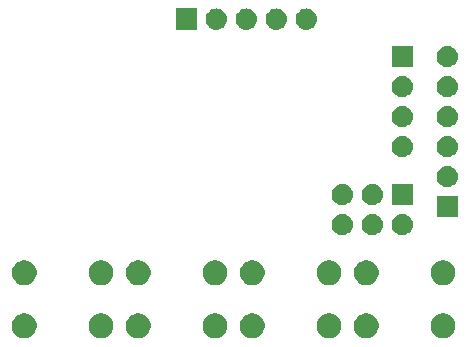
<source format=gbs>
G04 #@! TF.GenerationSoftware,KiCad,Pcbnew,5.0.2-bee76a0~70~ubuntu16.04.1*
G04 #@! TF.CreationDate,2019-07-11T08:17:54+02:00*
G04 #@! TF.ProjectId,paste_dispenser,70617374-655f-4646-9973-70656e736572,rev?*
G04 #@! TF.SameCoordinates,PX3dfd240PY3dfd240*
G04 #@! TF.FileFunction,Soldermask,Bot*
G04 #@! TF.FilePolarity,Negative*
%FSLAX46Y46*%
G04 Gerber Fmt 4.6, Leading zero omitted, Abs format (unit mm)*
G04 Created by KiCad (PCBNEW 5.0.2-bee76a0~70~ubuntu16.04.1) date Thu 11 Jul 2019 08:17:54 AM CEST*
%MOMM*%
%LPD*%
G01*
G04 APERTURE LIST*
%ADD10C,0.100000*%
G04 APERTURE END LIST*
D10*
G36*
X37818565Y3090611D02*
X38009834Y3011385D01*
X38181976Y2896363D01*
X38328363Y2749976D01*
X38443385Y2577834D01*
X38522611Y2386565D01*
X38563000Y2183516D01*
X38563000Y1976484D01*
X38522611Y1773435D01*
X38443385Y1582166D01*
X38328363Y1410024D01*
X38181976Y1263637D01*
X38009834Y1148615D01*
X37818565Y1069389D01*
X37615516Y1029000D01*
X37408484Y1029000D01*
X37205435Y1069389D01*
X37014166Y1148615D01*
X36842024Y1263637D01*
X36695637Y1410024D01*
X36580615Y1582166D01*
X36501389Y1773435D01*
X36461000Y1976484D01*
X36461000Y2183516D01*
X36501389Y2386565D01*
X36580615Y2577834D01*
X36695637Y2749976D01*
X36842024Y2896363D01*
X37014166Y3011385D01*
X37205435Y3090611D01*
X37408484Y3131000D01*
X37615516Y3131000D01*
X37818565Y3090611D01*
X37818565Y3090611D01*
G37*
G36*
X31318565Y3090611D02*
X31509834Y3011385D01*
X31681976Y2896363D01*
X31828363Y2749976D01*
X31943385Y2577834D01*
X32022611Y2386565D01*
X32063000Y2183516D01*
X32063000Y1976484D01*
X32022611Y1773435D01*
X31943385Y1582166D01*
X31828363Y1410024D01*
X31681976Y1263637D01*
X31509834Y1148615D01*
X31318565Y1069389D01*
X31115516Y1029000D01*
X30908484Y1029000D01*
X30705435Y1069389D01*
X30514166Y1148615D01*
X30342024Y1263637D01*
X30195637Y1410024D01*
X30080615Y1582166D01*
X30001389Y1773435D01*
X29961000Y1976484D01*
X29961000Y2183516D01*
X30001389Y2386565D01*
X30080615Y2577834D01*
X30195637Y2749976D01*
X30342024Y2896363D01*
X30514166Y3011385D01*
X30705435Y3090611D01*
X30908484Y3131000D01*
X31115516Y3131000D01*
X31318565Y3090611D01*
X31318565Y3090611D01*
G37*
G36*
X18514565Y3090611D02*
X18705834Y3011385D01*
X18877976Y2896363D01*
X19024363Y2749976D01*
X19139385Y2577834D01*
X19218611Y2386565D01*
X19259000Y2183516D01*
X19259000Y1976484D01*
X19218611Y1773435D01*
X19139385Y1582166D01*
X19024363Y1410024D01*
X18877976Y1263637D01*
X18705834Y1148615D01*
X18514565Y1069389D01*
X18311516Y1029000D01*
X18104484Y1029000D01*
X17901435Y1069389D01*
X17710166Y1148615D01*
X17538024Y1263637D01*
X17391637Y1410024D01*
X17276615Y1582166D01*
X17197389Y1773435D01*
X17157000Y1976484D01*
X17157000Y2183516D01*
X17197389Y2386565D01*
X17276615Y2577834D01*
X17391637Y2749976D01*
X17538024Y2896363D01*
X17710166Y3011385D01*
X17901435Y3090611D01*
X18104484Y3131000D01*
X18311516Y3131000D01*
X18514565Y3090611D01*
X18514565Y3090611D01*
G37*
G36*
X12014565Y3090611D02*
X12205834Y3011385D01*
X12377976Y2896363D01*
X12524363Y2749976D01*
X12639385Y2577834D01*
X12718611Y2386565D01*
X12759000Y2183516D01*
X12759000Y1976484D01*
X12718611Y1773435D01*
X12639385Y1582166D01*
X12524363Y1410024D01*
X12377976Y1263637D01*
X12205834Y1148615D01*
X12014565Y1069389D01*
X11811516Y1029000D01*
X11604484Y1029000D01*
X11401435Y1069389D01*
X11210166Y1148615D01*
X11038024Y1263637D01*
X10891637Y1410024D01*
X10776615Y1582166D01*
X10697389Y1773435D01*
X10657000Y1976484D01*
X10657000Y2183516D01*
X10697389Y2386565D01*
X10776615Y2577834D01*
X10891637Y2749976D01*
X11038024Y2896363D01*
X11210166Y3011385D01*
X11401435Y3090611D01*
X11604484Y3131000D01*
X11811516Y3131000D01*
X12014565Y3090611D01*
X12014565Y3090611D01*
G37*
G36*
X2362565Y3090611D02*
X2553834Y3011385D01*
X2725976Y2896363D01*
X2872363Y2749976D01*
X2987385Y2577834D01*
X3066611Y2386565D01*
X3107000Y2183516D01*
X3107000Y1976484D01*
X3066611Y1773435D01*
X2987385Y1582166D01*
X2872363Y1410024D01*
X2725976Y1263637D01*
X2553834Y1148615D01*
X2362565Y1069389D01*
X2159516Y1029000D01*
X1952484Y1029000D01*
X1749435Y1069389D01*
X1558166Y1148615D01*
X1386024Y1263637D01*
X1239637Y1410024D01*
X1124615Y1582166D01*
X1045389Y1773435D01*
X1005000Y1976484D01*
X1005000Y2183516D01*
X1045389Y2386565D01*
X1124615Y2577834D01*
X1239637Y2749976D01*
X1386024Y2896363D01*
X1558166Y3011385D01*
X1749435Y3090611D01*
X1952484Y3131000D01*
X2159516Y3131000D01*
X2362565Y3090611D01*
X2362565Y3090611D01*
G37*
G36*
X8862565Y3090611D02*
X9053834Y3011385D01*
X9225976Y2896363D01*
X9372363Y2749976D01*
X9487385Y2577834D01*
X9566611Y2386565D01*
X9607000Y2183516D01*
X9607000Y1976484D01*
X9566611Y1773435D01*
X9487385Y1582166D01*
X9372363Y1410024D01*
X9225976Y1263637D01*
X9053834Y1148615D01*
X8862565Y1069389D01*
X8659516Y1029000D01*
X8452484Y1029000D01*
X8249435Y1069389D01*
X8058166Y1148615D01*
X7886024Y1263637D01*
X7739637Y1410024D01*
X7624615Y1582166D01*
X7545389Y1773435D01*
X7505000Y1976484D01*
X7505000Y2183516D01*
X7545389Y2386565D01*
X7624615Y2577834D01*
X7739637Y2749976D01*
X7886024Y2896363D01*
X8058166Y3011385D01*
X8249435Y3090611D01*
X8452484Y3131000D01*
X8659516Y3131000D01*
X8862565Y3090611D01*
X8862565Y3090611D01*
G37*
G36*
X28166565Y3090611D02*
X28357834Y3011385D01*
X28529976Y2896363D01*
X28676363Y2749976D01*
X28791385Y2577834D01*
X28870611Y2386565D01*
X28911000Y2183516D01*
X28911000Y1976484D01*
X28870611Y1773435D01*
X28791385Y1582166D01*
X28676363Y1410024D01*
X28529976Y1263637D01*
X28357834Y1148615D01*
X28166565Y1069389D01*
X27963516Y1029000D01*
X27756484Y1029000D01*
X27553435Y1069389D01*
X27362166Y1148615D01*
X27190024Y1263637D01*
X27043637Y1410024D01*
X26928615Y1582166D01*
X26849389Y1773435D01*
X26809000Y1976484D01*
X26809000Y2183516D01*
X26849389Y2386565D01*
X26928615Y2577834D01*
X27043637Y2749976D01*
X27190024Y2896363D01*
X27362166Y3011385D01*
X27553435Y3090611D01*
X27756484Y3131000D01*
X27963516Y3131000D01*
X28166565Y3090611D01*
X28166565Y3090611D01*
G37*
G36*
X21666565Y3090611D02*
X21857834Y3011385D01*
X22029976Y2896363D01*
X22176363Y2749976D01*
X22291385Y2577834D01*
X22370611Y2386565D01*
X22411000Y2183516D01*
X22411000Y1976484D01*
X22370611Y1773435D01*
X22291385Y1582166D01*
X22176363Y1410024D01*
X22029976Y1263637D01*
X21857834Y1148615D01*
X21666565Y1069389D01*
X21463516Y1029000D01*
X21256484Y1029000D01*
X21053435Y1069389D01*
X20862166Y1148615D01*
X20690024Y1263637D01*
X20543637Y1410024D01*
X20428615Y1582166D01*
X20349389Y1773435D01*
X20309000Y1976484D01*
X20309000Y2183516D01*
X20349389Y2386565D01*
X20428615Y2577834D01*
X20543637Y2749976D01*
X20690024Y2896363D01*
X20862166Y3011385D01*
X21053435Y3090611D01*
X21256484Y3131000D01*
X21463516Y3131000D01*
X21666565Y3090611D01*
X21666565Y3090611D01*
G37*
G36*
X12014565Y7590611D02*
X12205834Y7511385D01*
X12377976Y7396363D01*
X12524363Y7249976D01*
X12639385Y7077834D01*
X12718611Y6886565D01*
X12759000Y6683516D01*
X12759000Y6476484D01*
X12718611Y6273435D01*
X12639385Y6082166D01*
X12524363Y5910024D01*
X12377976Y5763637D01*
X12205834Y5648615D01*
X12014565Y5569389D01*
X11811516Y5529000D01*
X11604484Y5529000D01*
X11401435Y5569389D01*
X11210166Y5648615D01*
X11038024Y5763637D01*
X10891637Y5910024D01*
X10776615Y6082166D01*
X10697389Y6273435D01*
X10657000Y6476484D01*
X10657000Y6683516D01*
X10697389Y6886565D01*
X10776615Y7077834D01*
X10891637Y7249976D01*
X11038024Y7396363D01*
X11210166Y7511385D01*
X11401435Y7590611D01*
X11604484Y7631000D01*
X11811516Y7631000D01*
X12014565Y7590611D01*
X12014565Y7590611D01*
G37*
G36*
X2362565Y7590611D02*
X2553834Y7511385D01*
X2725976Y7396363D01*
X2872363Y7249976D01*
X2987385Y7077834D01*
X3066611Y6886565D01*
X3107000Y6683516D01*
X3107000Y6476484D01*
X3066611Y6273435D01*
X2987385Y6082166D01*
X2872363Y5910024D01*
X2725976Y5763637D01*
X2553834Y5648615D01*
X2362565Y5569389D01*
X2159516Y5529000D01*
X1952484Y5529000D01*
X1749435Y5569389D01*
X1558166Y5648615D01*
X1386024Y5763637D01*
X1239637Y5910024D01*
X1124615Y6082166D01*
X1045389Y6273435D01*
X1005000Y6476484D01*
X1005000Y6683516D01*
X1045389Y6886565D01*
X1124615Y7077834D01*
X1239637Y7249976D01*
X1386024Y7396363D01*
X1558166Y7511385D01*
X1749435Y7590611D01*
X1952484Y7631000D01*
X2159516Y7631000D01*
X2362565Y7590611D01*
X2362565Y7590611D01*
G37*
G36*
X8862565Y7590611D02*
X9053834Y7511385D01*
X9225976Y7396363D01*
X9372363Y7249976D01*
X9487385Y7077834D01*
X9566611Y6886565D01*
X9607000Y6683516D01*
X9607000Y6476484D01*
X9566611Y6273435D01*
X9487385Y6082166D01*
X9372363Y5910024D01*
X9225976Y5763637D01*
X9053834Y5648615D01*
X8862565Y5569389D01*
X8659516Y5529000D01*
X8452484Y5529000D01*
X8249435Y5569389D01*
X8058166Y5648615D01*
X7886024Y5763637D01*
X7739637Y5910024D01*
X7624615Y6082166D01*
X7545389Y6273435D01*
X7505000Y6476484D01*
X7505000Y6683516D01*
X7545389Y6886565D01*
X7624615Y7077834D01*
X7739637Y7249976D01*
X7886024Y7396363D01*
X8058166Y7511385D01*
X8249435Y7590611D01*
X8452484Y7631000D01*
X8659516Y7631000D01*
X8862565Y7590611D01*
X8862565Y7590611D01*
G37*
G36*
X28166565Y7590611D02*
X28357834Y7511385D01*
X28529976Y7396363D01*
X28676363Y7249976D01*
X28791385Y7077834D01*
X28870611Y6886565D01*
X28911000Y6683516D01*
X28911000Y6476484D01*
X28870611Y6273435D01*
X28791385Y6082166D01*
X28676363Y5910024D01*
X28529976Y5763637D01*
X28357834Y5648615D01*
X28166565Y5569389D01*
X27963516Y5529000D01*
X27756484Y5529000D01*
X27553435Y5569389D01*
X27362166Y5648615D01*
X27190024Y5763637D01*
X27043637Y5910024D01*
X26928615Y6082166D01*
X26849389Y6273435D01*
X26809000Y6476484D01*
X26809000Y6683516D01*
X26849389Y6886565D01*
X26928615Y7077834D01*
X27043637Y7249976D01*
X27190024Y7396363D01*
X27362166Y7511385D01*
X27553435Y7590611D01*
X27756484Y7631000D01*
X27963516Y7631000D01*
X28166565Y7590611D01*
X28166565Y7590611D01*
G37*
G36*
X21666565Y7590611D02*
X21857834Y7511385D01*
X22029976Y7396363D01*
X22176363Y7249976D01*
X22291385Y7077834D01*
X22370611Y6886565D01*
X22411000Y6683516D01*
X22411000Y6476484D01*
X22370611Y6273435D01*
X22291385Y6082166D01*
X22176363Y5910024D01*
X22029976Y5763637D01*
X21857834Y5648615D01*
X21666565Y5569389D01*
X21463516Y5529000D01*
X21256484Y5529000D01*
X21053435Y5569389D01*
X20862166Y5648615D01*
X20690024Y5763637D01*
X20543637Y5910024D01*
X20428615Y6082166D01*
X20349389Y6273435D01*
X20309000Y6476484D01*
X20309000Y6683516D01*
X20349389Y6886565D01*
X20428615Y7077834D01*
X20543637Y7249976D01*
X20690024Y7396363D01*
X20862166Y7511385D01*
X21053435Y7590611D01*
X21256484Y7631000D01*
X21463516Y7631000D01*
X21666565Y7590611D01*
X21666565Y7590611D01*
G37*
G36*
X31318565Y7590611D02*
X31509834Y7511385D01*
X31681976Y7396363D01*
X31828363Y7249976D01*
X31943385Y7077834D01*
X32022611Y6886565D01*
X32063000Y6683516D01*
X32063000Y6476484D01*
X32022611Y6273435D01*
X31943385Y6082166D01*
X31828363Y5910024D01*
X31681976Y5763637D01*
X31509834Y5648615D01*
X31318565Y5569389D01*
X31115516Y5529000D01*
X30908484Y5529000D01*
X30705435Y5569389D01*
X30514166Y5648615D01*
X30342024Y5763637D01*
X30195637Y5910024D01*
X30080615Y6082166D01*
X30001389Y6273435D01*
X29961000Y6476484D01*
X29961000Y6683516D01*
X30001389Y6886565D01*
X30080615Y7077834D01*
X30195637Y7249976D01*
X30342024Y7396363D01*
X30514166Y7511385D01*
X30705435Y7590611D01*
X30908484Y7631000D01*
X31115516Y7631000D01*
X31318565Y7590611D01*
X31318565Y7590611D01*
G37*
G36*
X18514565Y7590611D02*
X18705834Y7511385D01*
X18877976Y7396363D01*
X19024363Y7249976D01*
X19139385Y7077834D01*
X19218611Y6886565D01*
X19259000Y6683516D01*
X19259000Y6476484D01*
X19218611Y6273435D01*
X19139385Y6082166D01*
X19024363Y5910024D01*
X18877976Y5763637D01*
X18705834Y5648615D01*
X18514565Y5569389D01*
X18311516Y5529000D01*
X18104484Y5529000D01*
X17901435Y5569389D01*
X17710166Y5648615D01*
X17538024Y5763637D01*
X17391637Y5910024D01*
X17276615Y6082166D01*
X17197389Y6273435D01*
X17157000Y6476484D01*
X17157000Y6683516D01*
X17197389Y6886565D01*
X17276615Y7077834D01*
X17391637Y7249976D01*
X17538024Y7396363D01*
X17710166Y7511385D01*
X17901435Y7590611D01*
X18104484Y7631000D01*
X18311516Y7631000D01*
X18514565Y7590611D01*
X18514565Y7590611D01*
G37*
G36*
X37818565Y7590611D02*
X38009834Y7511385D01*
X38181976Y7396363D01*
X38328363Y7249976D01*
X38443385Y7077834D01*
X38522611Y6886565D01*
X38563000Y6683516D01*
X38563000Y6476484D01*
X38522611Y6273435D01*
X38443385Y6082166D01*
X38328363Y5910024D01*
X38181976Y5763637D01*
X38009834Y5648615D01*
X37818565Y5569389D01*
X37615516Y5529000D01*
X37408484Y5529000D01*
X37205435Y5569389D01*
X37014166Y5648615D01*
X36842024Y5763637D01*
X36695637Y5910024D01*
X36580615Y6082166D01*
X36501389Y6273435D01*
X36461000Y6476484D01*
X36461000Y6683516D01*
X36501389Y6886565D01*
X36580615Y7077834D01*
X36695637Y7249976D01*
X36842024Y7396363D01*
X37014166Y7511385D01*
X37205435Y7590611D01*
X37408484Y7631000D01*
X37615516Y7631000D01*
X37818565Y7590611D01*
X37818565Y7590611D01*
G37*
G36*
X29090442Y11538482D02*
X29156627Y11531963D01*
X29269853Y11497616D01*
X29326467Y11480443D01*
X29465087Y11406348D01*
X29482991Y11396778D01*
X29518729Y11367448D01*
X29620186Y11284186D01*
X29703448Y11182729D01*
X29732778Y11146991D01*
X29732779Y11146989D01*
X29816443Y10990467D01*
X29816443Y10990466D01*
X29867963Y10820627D01*
X29885359Y10644000D01*
X29867963Y10467373D01*
X29833616Y10354147D01*
X29816443Y10297533D01*
X29742348Y10158913D01*
X29732778Y10141009D01*
X29703448Y10105271D01*
X29620186Y10003814D01*
X29518729Y9920552D01*
X29482991Y9891222D01*
X29482989Y9891221D01*
X29326467Y9807557D01*
X29269853Y9790384D01*
X29156627Y9756037D01*
X29090442Y9749518D01*
X29024260Y9743000D01*
X28935740Y9743000D01*
X28869558Y9749518D01*
X28803373Y9756037D01*
X28690147Y9790384D01*
X28633533Y9807557D01*
X28477011Y9891221D01*
X28477009Y9891222D01*
X28441271Y9920552D01*
X28339814Y10003814D01*
X28256552Y10105271D01*
X28227222Y10141009D01*
X28217652Y10158913D01*
X28143557Y10297533D01*
X28126384Y10354147D01*
X28092037Y10467373D01*
X28074641Y10644000D01*
X28092037Y10820627D01*
X28143557Y10990466D01*
X28143557Y10990467D01*
X28227221Y11146989D01*
X28227222Y11146991D01*
X28256552Y11182729D01*
X28339814Y11284186D01*
X28441271Y11367448D01*
X28477009Y11396778D01*
X28494913Y11406348D01*
X28633533Y11480443D01*
X28690147Y11497616D01*
X28803373Y11531963D01*
X28869558Y11538482D01*
X28935740Y11545000D01*
X29024260Y11545000D01*
X29090442Y11538482D01*
X29090442Y11538482D01*
G37*
G36*
X34170442Y11538482D02*
X34236627Y11531963D01*
X34349853Y11497616D01*
X34406467Y11480443D01*
X34545087Y11406348D01*
X34562991Y11396778D01*
X34598729Y11367448D01*
X34700186Y11284186D01*
X34783448Y11182729D01*
X34812778Y11146991D01*
X34812779Y11146989D01*
X34896443Y10990467D01*
X34896443Y10990466D01*
X34947963Y10820627D01*
X34965359Y10644000D01*
X34947963Y10467373D01*
X34913616Y10354147D01*
X34896443Y10297533D01*
X34822348Y10158913D01*
X34812778Y10141009D01*
X34783448Y10105271D01*
X34700186Y10003814D01*
X34598729Y9920552D01*
X34562991Y9891222D01*
X34562989Y9891221D01*
X34406467Y9807557D01*
X34349853Y9790384D01*
X34236627Y9756037D01*
X34170442Y9749518D01*
X34104260Y9743000D01*
X34015740Y9743000D01*
X33949558Y9749518D01*
X33883373Y9756037D01*
X33770147Y9790384D01*
X33713533Y9807557D01*
X33557011Y9891221D01*
X33557009Y9891222D01*
X33521271Y9920552D01*
X33419814Y10003814D01*
X33336552Y10105271D01*
X33307222Y10141009D01*
X33297652Y10158913D01*
X33223557Y10297533D01*
X33206384Y10354147D01*
X33172037Y10467373D01*
X33154641Y10644000D01*
X33172037Y10820627D01*
X33223557Y10990466D01*
X33223557Y10990467D01*
X33307221Y11146989D01*
X33307222Y11146991D01*
X33336552Y11182729D01*
X33419814Y11284186D01*
X33521271Y11367448D01*
X33557009Y11396778D01*
X33574913Y11406348D01*
X33713533Y11480443D01*
X33770147Y11497616D01*
X33883373Y11531963D01*
X33949558Y11538482D01*
X34015740Y11545000D01*
X34104260Y11545000D01*
X34170442Y11538482D01*
X34170442Y11538482D01*
G37*
G36*
X31630442Y11538482D02*
X31696627Y11531963D01*
X31809853Y11497616D01*
X31866467Y11480443D01*
X32005087Y11406348D01*
X32022991Y11396778D01*
X32058729Y11367448D01*
X32160186Y11284186D01*
X32243448Y11182729D01*
X32272778Y11146991D01*
X32272779Y11146989D01*
X32356443Y10990467D01*
X32356443Y10990466D01*
X32407963Y10820627D01*
X32425359Y10644000D01*
X32407963Y10467373D01*
X32373616Y10354147D01*
X32356443Y10297533D01*
X32282348Y10158913D01*
X32272778Y10141009D01*
X32243448Y10105271D01*
X32160186Y10003814D01*
X32058729Y9920552D01*
X32022991Y9891222D01*
X32022989Y9891221D01*
X31866467Y9807557D01*
X31809853Y9790384D01*
X31696627Y9756037D01*
X31630442Y9749518D01*
X31564260Y9743000D01*
X31475740Y9743000D01*
X31409558Y9749518D01*
X31343373Y9756037D01*
X31230147Y9790384D01*
X31173533Y9807557D01*
X31017011Y9891221D01*
X31017009Y9891222D01*
X30981271Y9920552D01*
X30879814Y10003814D01*
X30796552Y10105271D01*
X30767222Y10141009D01*
X30757652Y10158913D01*
X30683557Y10297533D01*
X30666384Y10354147D01*
X30632037Y10467373D01*
X30614641Y10644000D01*
X30632037Y10820627D01*
X30683557Y10990466D01*
X30683557Y10990467D01*
X30767221Y11146989D01*
X30767222Y11146991D01*
X30796552Y11182729D01*
X30879814Y11284186D01*
X30981271Y11367448D01*
X31017009Y11396778D01*
X31034913Y11406348D01*
X31173533Y11480443D01*
X31230147Y11497616D01*
X31343373Y11531963D01*
X31409558Y11538482D01*
X31475740Y11545000D01*
X31564260Y11545000D01*
X31630442Y11538482D01*
X31630442Y11538482D01*
G37*
G36*
X38771000Y11267000D02*
X36969000Y11267000D01*
X36969000Y13069000D01*
X38771000Y13069000D01*
X38771000Y11267000D01*
X38771000Y11267000D01*
G37*
G36*
X34961000Y12283000D02*
X33159000Y12283000D01*
X33159000Y14085000D01*
X34961000Y14085000D01*
X34961000Y12283000D01*
X34961000Y12283000D01*
G37*
G36*
X31630443Y14078481D02*
X31696627Y14071963D01*
X31809853Y14037616D01*
X31866467Y14020443D01*
X31988485Y13955222D01*
X32022991Y13936778D01*
X32058729Y13907448D01*
X32160186Y13824186D01*
X32243448Y13722729D01*
X32272778Y13686991D01*
X32272779Y13686989D01*
X32356443Y13530467D01*
X32356443Y13530466D01*
X32407963Y13360627D01*
X32425359Y13184000D01*
X32407963Y13007373D01*
X32373616Y12894147D01*
X32356443Y12837533D01*
X32282348Y12698913D01*
X32272778Y12681009D01*
X32243448Y12645271D01*
X32160186Y12543814D01*
X32058729Y12460552D01*
X32022991Y12431222D01*
X32022989Y12431221D01*
X31866467Y12347557D01*
X31809853Y12330384D01*
X31696627Y12296037D01*
X31630443Y12289519D01*
X31564260Y12283000D01*
X31475740Y12283000D01*
X31409558Y12289518D01*
X31343373Y12296037D01*
X31230147Y12330384D01*
X31173533Y12347557D01*
X31017011Y12431221D01*
X31017009Y12431222D01*
X30981271Y12460552D01*
X30879814Y12543814D01*
X30796552Y12645271D01*
X30767222Y12681009D01*
X30757652Y12698913D01*
X30683557Y12837533D01*
X30666384Y12894147D01*
X30632037Y13007373D01*
X30614641Y13184000D01*
X30632037Y13360627D01*
X30683557Y13530466D01*
X30683557Y13530467D01*
X30767221Y13686989D01*
X30767222Y13686991D01*
X30796552Y13722729D01*
X30879814Y13824186D01*
X30981271Y13907448D01*
X31017009Y13936778D01*
X31051515Y13955222D01*
X31173533Y14020443D01*
X31230147Y14037616D01*
X31343373Y14071963D01*
X31409557Y14078481D01*
X31475740Y14085000D01*
X31564260Y14085000D01*
X31630443Y14078481D01*
X31630443Y14078481D01*
G37*
G36*
X29090443Y14078481D02*
X29156627Y14071963D01*
X29269853Y14037616D01*
X29326467Y14020443D01*
X29448485Y13955222D01*
X29482991Y13936778D01*
X29518729Y13907448D01*
X29620186Y13824186D01*
X29703448Y13722729D01*
X29732778Y13686991D01*
X29732779Y13686989D01*
X29816443Y13530467D01*
X29816443Y13530466D01*
X29867963Y13360627D01*
X29885359Y13184000D01*
X29867963Y13007373D01*
X29833616Y12894147D01*
X29816443Y12837533D01*
X29742348Y12698913D01*
X29732778Y12681009D01*
X29703448Y12645271D01*
X29620186Y12543814D01*
X29518729Y12460552D01*
X29482991Y12431222D01*
X29482989Y12431221D01*
X29326467Y12347557D01*
X29269853Y12330384D01*
X29156627Y12296037D01*
X29090443Y12289519D01*
X29024260Y12283000D01*
X28935740Y12283000D01*
X28869558Y12289518D01*
X28803373Y12296037D01*
X28690147Y12330384D01*
X28633533Y12347557D01*
X28477011Y12431221D01*
X28477009Y12431222D01*
X28441271Y12460552D01*
X28339814Y12543814D01*
X28256552Y12645271D01*
X28227222Y12681009D01*
X28217652Y12698913D01*
X28143557Y12837533D01*
X28126384Y12894147D01*
X28092037Y13007373D01*
X28074641Y13184000D01*
X28092037Y13360627D01*
X28143557Y13530466D01*
X28143557Y13530467D01*
X28227221Y13686989D01*
X28227222Y13686991D01*
X28256552Y13722729D01*
X28339814Y13824186D01*
X28441271Y13907448D01*
X28477009Y13936778D01*
X28511515Y13955222D01*
X28633533Y14020443D01*
X28690147Y14037616D01*
X28803373Y14071963D01*
X28869557Y14078481D01*
X28935740Y14085000D01*
X29024260Y14085000D01*
X29090443Y14078481D01*
X29090443Y14078481D01*
G37*
G36*
X37980442Y15602482D02*
X38046627Y15595963D01*
X38159853Y15561616D01*
X38216467Y15544443D01*
X38355087Y15470348D01*
X38372991Y15460778D01*
X38408729Y15431448D01*
X38510186Y15348186D01*
X38593448Y15246729D01*
X38622778Y15210991D01*
X38622779Y15210989D01*
X38706443Y15054467D01*
X38706443Y15054466D01*
X38757963Y14884627D01*
X38775359Y14708000D01*
X38757963Y14531373D01*
X38723616Y14418147D01*
X38706443Y14361533D01*
X38632348Y14222913D01*
X38622778Y14205009D01*
X38593448Y14169271D01*
X38510186Y14067814D01*
X38408729Y13984552D01*
X38372991Y13955222D01*
X38372989Y13955221D01*
X38216467Y13871557D01*
X38159853Y13854384D01*
X38046627Y13820037D01*
X37980443Y13813519D01*
X37914260Y13807000D01*
X37825740Y13807000D01*
X37759558Y13813518D01*
X37693373Y13820037D01*
X37580147Y13854384D01*
X37523533Y13871557D01*
X37367011Y13955221D01*
X37367009Y13955222D01*
X37331271Y13984552D01*
X37229814Y14067814D01*
X37146552Y14169271D01*
X37117222Y14205009D01*
X37107652Y14222913D01*
X37033557Y14361533D01*
X37016384Y14418147D01*
X36982037Y14531373D01*
X36964641Y14708000D01*
X36982037Y14884627D01*
X37033557Y15054466D01*
X37033557Y15054467D01*
X37117221Y15210989D01*
X37117222Y15210991D01*
X37146552Y15246729D01*
X37229814Y15348186D01*
X37331271Y15431448D01*
X37367009Y15460778D01*
X37384913Y15470348D01*
X37523533Y15544443D01*
X37580147Y15561616D01*
X37693373Y15595963D01*
X37759558Y15602482D01*
X37825740Y15609000D01*
X37914260Y15609000D01*
X37980442Y15602482D01*
X37980442Y15602482D01*
G37*
G36*
X37980442Y18142482D02*
X38046627Y18135963D01*
X38159853Y18101616D01*
X38216467Y18084443D01*
X38355087Y18010348D01*
X38372991Y18000778D01*
X38408729Y17971448D01*
X38510186Y17888186D01*
X38593448Y17786729D01*
X38622778Y17750991D01*
X38622779Y17750989D01*
X38706443Y17594467D01*
X38706443Y17594466D01*
X38757963Y17424627D01*
X38775359Y17248000D01*
X38757963Y17071373D01*
X38723616Y16958147D01*
X38706443Y16901533D01*
X38632348Y16762913D01*
X38622778Y16745009D01*
X38593448Y16709271D01*
X38510186Y16607814D01*
X38408729Y16524552D01*
X38372991Y16495222D01*
X38372989Y16495221D01*
X38216467Y16411557D01*
X38159853Y16394384D01*
X38046627Y16360037D01*
X37980443Y16353519D01*
X37914260Y16347000D01*
X37825740Y16347000D01*
X37759557Y16353519D01*
X37693373Y16360037D01*
X37580147Y16394384D01*
X37523533Y16411557D01*
X37367011Y16495221D01*
X37367009Y16495222D01*
X37331271Y16524552D01*
X37229814Y16607814D01*
X37146552Y16709271D01*
X37117222Y16745009D01*
X37107652Y16762913D01*
X37033557Y16901533D01*
X37016384Y16958147D01*
X36982037Y17071373D01*
X36964641Y17248000D01*
X36982037Y17424627D01*
X37033557Y17594466D01*
X37033557Y17594467D01*
X37117221Y17750989D01*
X37117222Y17750991D01*
X37146552Y17786729D01*
X37229814Y17888186D01*
X37331271Y17971448D01*
X37367009Y18000778D01*
X37384913Y18010348D01*
X37523533Y18084443D01*
X37580147Y18101616D01*
X37693373Y18135963D01*
X37759557Y18142481D01*
X37825740Y18149000D01*
X37914260Y18149000D01*
X37980442Y18142482D01*
X37980442Y18142482D01*
G37*
G36*
X34170442Y18142482D02*
X34236627Y18135963D01*
X34349853Y18101616D01*
X34406467Y18084443D01*
X34545087Y18010348D01*
X34562991Y18000778D01*
X34598729Y17971448D01*
X34700186Y17888186D01*
X34783448Y17786729D01*
X34812778Y17750991D01*
X34812779Y17750989D01*
X34896443Y17594467D01*
X34896443Y17594466D01*
X34947963Y17424627D01*
X34965359Y17248000D01*
X34947963Y17071373D01*
X34913616Y16958147D01*
X34896443Y16901533D01*
X34822348Y16762913D01*
X34812778Y16745009D01*
X34783448Y16709271D01*
X34700186Y16607814D01*
X34598729Y16524552D01*
X34562991Y16495222D01*
X34562989Y16495221D01*
X34406467Y16411557D01*
X34349853Y16394384D01*
X34236627Y16360037D01*
X34170443Y16353519D01*
X34104260Y16347000D01*
X34015740Y16347000D01*
X33949557Y16353519D01*
X33883373Y16360037D01*
X33770147Y16394384D01*
X33713533Y16411557D01*
X33557011Y16495221D01*
X33557009Y16495222D01*
X33521271Y16524552D01*
X33419814Y16607814D01*
X33336552Y16709271D01*
X33307222Y16745009D01*
X33297652Y16762913D01*
X33223557Y16901533D01*
X33206384Y16958147D01*
X33172037Y17071373D01*
X33154641Y17248000D01*
X33172037Y17424627D01*
X33223557Y17594466D01*
X33223557Y17594467D01*
X33307221Y17750989D01*
X33307222Y17750991D01*
X33336552Y17786729D01*
X33419814Y17888186D01*
X33521271Y17971448D01*
X33557009Y18000778D01*
X33574913Y18010348D01*
X33713533Y18084443D01*
X33770147Y18101616D01*
X33883373Y18135963D01*
X33949557Y18142481D01*
X34015740Y18149000D01*
X34104260Y18149000D01*
X34170442Y18142482D01*
X34170442Y18142482D01*
G37*
G36*
X34170443Y20682481D02*
X34236627Y20675963D01*
X34349853Y20641616D01*
X34406467Y20624443D01*
X34545087Y20550348D01*
X34562991Y20540778D01*
X34598729Y20511448D01*
X34700186Y20428186D01*
X34783448Y20326729D01*
X34812778Y20290991D01*
X34812779Y20290989D01*
X34896443Y20134467D01*
X34896443Y20134466D01*
X34947963Y19964627D01*
X34965359Y19788000D01*
X34947963Y19611373D01*
X34913616Y19498147D01*
X34896443Y19441533D01*
X34822348Y19302913D01*
X34812778Y19285009D01*
X34783448Y19249271D01*
X34700186Y19147814D01*
X34598729Y19064552D01*
X34562991Y19035222D01*
X34562989Y19035221D01*
X34406467Y18951557D01*
X34349853Y18934384D01*
X34236627Y18900037D01*
X34170442Y18893518D01*
X34104260Y18887000D01*
X34015740Y18887000D01*
X33949558Y18893518D01*
X33883373Y18900037D01*
X33770147Y18934384D01*
X33713533Y18951557D01*
X33557011Y19035221D01*
X33557009Y19035222D01*
X33521271Y19064552D01*
X33419814Y19147814D01*
X33336552Y19249271D01*
X33307222Y19285009D01*
X33297652Y19302913D01*
X33223557Y19441533D01*
X33206384Y19498147D01*
X33172037Y19611373D01*
X33154641Y19788000D01*
X33172037Y19964627D01*
X33223557Y20134466D01*
X33223557Y20134467D01*
X33307221Y20290989D01*
X33307222Y20290991D01*
X33336552Y20326729D01*
X33419814Y20428186D01*
X33521271Y20511448D01*
X33557009Y20540778D01*
X33574913Y20550348D01*
X33713533Y20624443D01*
X33770147Y20641616D01*
X33883373Y20675963D01*
X33949557Y20682481D01*
X34015740Y20689000D01*
X34104260Y20689000D01*
X34170443Y20682481D01*
X34170443Y20682481D01*
G37*
G36*
X37980443Y20682481D02*
X38046627Y20675963D01*
X38159853Y20641616D01*
X38216467Y20624443D01*
X38355087Y20550348D01*
X38372991Y20540778D01*
X38408729Y20511448D01*
X38510186Y20428186D01*
X38593448Y20326729D01*
X38622778Y20290991D01*
X38622779Y20290989D01*
X38706443Y20134467D01*
X38706443Y20134466D01*
X38757963Y19964627D01*
X38775359Y19788000D01*
X38757963Y19611373D01*
X38723616Y19498147D01*
X38706443Y19441533D01*
X38632348Y19302913D01*
X38622778Y19285009D01*
X38593448Y19249271D01*
X38510186Y19147814D01*
X38408729Y19064552D01*
X38372991Y19035222D01*
X38372989Y19035221D01*
X38216467Y18951557D01*
X38159853Y18934384D01*
X38046627Y18900037D01*
X37980442Y18893518D01*
X37914260Y18887000D01*
X37825740Y18887000D01*
X37759558Y18893518D01*
X37693373Y18900037D01*
X37580147Y18934384D01*
X37523533Y18951557D01*
X37367011Y19035221D01*
X37367009Y19035222D01*
X37331271Y19064552D01*
X37229814Y19147814D01*
X37146552Y19249271D01*
X37117222Y19285009D01*
X37107652Y19302913D01*
X37033557Y19441533D01*
X37016384Y19498147D01*
X36982037Y19611373D01*
X36964641Y19788000D01*
X36982037Y19964627D01*
X37033557Y20134466D01*
X37033557Y20134467D01*
X37117221Y20290989D01*
X37117222Y20290991D01*
X37146552Y20326729D01*
X37229814Y20428186D01*
X37331271Y20511448D01*
X37367009Y20540778D01*
X37384913Y20550348D01*
X37523533Y20624443D01*
X37580147Y20641616D01*
X37693373Y20675963D01*
X37759557Y20682481D01*
X37825740Y20689000D01*
X37914260Y20689000D01*
X37980443Y20682481D01*
X37980443Y20682481D01*
G37*
G36*
X37980443Y23222481D02*
X38046627Y23215963D01*
X38159853Y23181616D01*
X38216467Y23164443D01*
X38355087Y23090348D01*
X38372991Y23080778D01*
X38408729Y23051448D01*
X38510186Y22968186D01*
X38593448Y22866729D01*
X38622778Y22830991D01*
X38622779Y22830989D01*
X38706443Y22674467D01*
X38706443Y22674466D01*
X38757963Y22504627D01*
X38775359Y22328000D01*
X38757963Y22151373D01*
X38723616Y22038147D01*
X38706443Y21981533D01*
X38632348Y21842913D01*
X38622778Y21825009D01*
X38593448Y21789271D01*
X38510186Y21687814D01*
X38408729Y21604552D01*
X38372991Y21575222D01*
X38372989Y21575221D01*
X38216467Y21491557D01*
X38159853Y21474384D01*
X38046627Y21440037D01*
X37980443Y21433519D01*
X37914260Y21427000D01*
X37825740Y21427000D01*
X37759557Y21433519D01*
X37693373Y21440037D01*
X37580147Y21474384D01*
X37523533Y21491557D01*
X37367011Y21575221D01*
X37367009Y21575222D01*
X37331271Y21604552D01*
X37229814Y21687814D01*
X37146552Y21789271D01*
X37117222Y21825009D01*
X37107652Y21842913D01*
X37033557Y21981533D01*
X37016384Y22038147D01*
X36982037Y22151373D01*
X36964641Y22328000D01*
X36982037Y22504627D01*
X37033557Y22674466D01*
X37033557Y22674467D01*
X37117221Y22830989D01*
X37117222Y22830991D01*
X37146552Y22866729D01*
X37229814Y22968186D01*
X37331271Y23051448D01*
X37367009Y23080778D01*
X37384913Y23090348D01*
X37523533Y23164443D01*
X37580147Y23181616D01*
X37693373Y23215963D01*
X37759557Y23222481D01*
X37825740Y23229000D01*
X37914260Y23229000D01*
X37980443Y23222481D01*
X37980443Y23222481D01*
G37*
G36*
X34170443Y23222481D02*
X34236627Y23215963D01*
X34349853Y23181616D01*
X34406467Y23164443D01*
X34545087Y23090348D01*
X34562991Y23080778D01*
X34598729Y23051448D01*
X34700186Y22968186D01*
X34783448Y22866729D01*
X34812778Y22830991D01*
X34812779Y22830989D01*
X34896443Y22674467D01*
X34896443Y22674466D01*
X34947963Y22504627D01*
X34965359Y22328000D01*
X34947963Y22151373D01*
X34913616Y22038147D01*
X34896443Y21981533D01*
X34822348Y21842913D01*
X34812778Y21825009D01*
X34783448Y21789271D01*
X34700186Y21687814D01*
X34598729Y21604552D01*
X34562991Y21575222D01*
X34562989Y21575221D01*
X34406467Y21491557D01*
X34349853Y21474384D01*
X34236627Y21440037D01*
X34170443Y21433519D01*
X34104260Y21427000D01*
X34015740Y21427000D01*
X33949557Y21433519D01*
X33883373Y21440037D01*
X33770147Y21474384D01*
X33713533Y21491557D01*
X33557011Y21575221D01*
X33557009Y21575222D01*
X33521271Y21604552D01*
X33419814Y21687814D01*
X33336552Y21789271D01*
X33307222Y21825009D01*
X33297652Y21842913D01*
X33223557Y21981533D01*
X33206384Y22038147D01*
X33172037Y22151373D01*
X33154641Y22328000D01*
X33172037Y22504627D01*
X33223557Y22674466D01*
X33223557Y22674467D01*
X33307221Y22830989D01*
X33307222Y22830991D01*
X33336552Y22866729D01*
X33419814Y22968186D01*
X33521271Y23051448D01*
X33557009Y23080778D01*
X33574913Y23090348D01*
X33713533Y23164443D01*
X33770147Y23181616D01*
X33883373Y23215963D01*
X33949557Y23222481D01*
X34015740Y23229000D01*
X34104260Y23229000D01*
X34170443Y23222481D01*
X34170443Y23222481D01*
G37*
G36*
X37980443Y25762481D02*
X38046627Y25755963D01*
X38159853Y25721616D01*
X38216467Y25704443D01*
X38355087Y25630348D01*
X38372991Y25620778D01*
X38408729Y25591448D01*
X38510186Y25508186D01*
X38593448Y25406729D01*
X38622778Y25370991D01*
X38622779Y25370989D01*
X38706443Y25214467D01*
X38706443Y25214466D01*
X38757963Y25044627D01*
X38775359Y24868000D01*
X38757963Y24691373D01*
X38723616Y24578147D01*
X38706443Y24521533D01*
X38632348Y24382913D01*
X38622778Y24365009D01*
X38593448Y24329271D01*
X38510186Y24227814D01*
X38408729Y24144552D01*
X38372991Y24115222D01*
X38372989Y24115221D01*
X38216467Y24031557D01*
X38159853Y24014384D01*
X38046627Y23980037D01*
X37980443Y23973519D01*
X37914260Y23967000D01*
X37825740Y23967000D01*
X37759557Y23973519D01*
X37693373Y23980037D01*
X37580147Y24014384D01*
X37523533Y24031557D01*
X37367011Y24115221D01*
X37367009Y24115222D01*
X37331271Y24144552D01*
X37229814Y24227814D01*
X37146552Y24329271D01*
X37117222Y24365009D01*
X37107652Y24382913D01*
X37033557Y24521533D01*
X37016384Y24578147D01*
X36982037Y24691373D01*
X36964641Y24868000D01*
X36982037Y25044627D01*
X37033557Y25214466D01*
X37033557Y25214467D01*
X37117221Y25370989D01*
X37117222Y25370991D01*
X37146552Y25406729D01*
X37229814Y25508186D01*
X37331271Y25591448D01*
X37367009Y25620778D01*
X37384913Y25630348D01*
X37523533Y25704443D01*
X37580147Y25721616D01*
X37693373Y25755963D01*
X37759557Y25762481D01*
X37825740Y25769000D01*
X37914260Y25769000D01*
X37980443Y25762481D01*
X37980443Y25762481D01*
G37*
G36*
X34961000Y23967000D02*
X33159000Y23967000D01*
X33159000Y25769000D01*
X34961000Y25769000D01*
X34961000Y23967000D01*
X34961000Y23967000D01*
G37*
G36*
X18422442Y28937482D02*
X18488627Y28930963D01*
X18601853Y28896616D01*
X18658467Y28879443D01*
X18797087Y28805348D01*
X18814991Y28795778D01*
X18850729Y28766448D01*
X18952186Y28683186D01*
X19035448Y28581729D01*
X19064778Y28545991D01*
X19064779Y28545989D01*
X19148443Y28389467D01*
X19148443Y28389466D01*
X19199963Y28219627D01*
X19217359Y28043000D01*
X19199963Y27866373D01*
X19165616Y27753147D01*
X19148443Y27696533D01*
X19074348Y27557913D01*
X19064778Y27540009D01*
X19035448Y27504271D01*
X18952186Y27402814D01*
X18850729Y27319552D01*
X18814991Y27290222D01*
X18814989Y27290221D01*
X18658467Y27206557D01*
X18601853Y27189384D01*
X18488627Y27155037D01*
X18422443Y27148519D01*
X18356260Y27142000D01*
X18267740Y27142000D01*
X18201557Y27148519D01*
X18135373Y27155037D01*
X18022147Y27189384D01*
X17965533Y27206557D01*
X17809011Y27290221D01*
X17809009Y27290222D01*
X17773271Y27319552D01*
X17671814Y27402814D01*
X17588552Y27504271D01*
X17559222Y27540009D01*
X17549652Y27557913D01*
X17475557Y27696533D01*
X17458384Y27753147D01*
X17424037Y27866373D01*
X17406641Y28043000D01*
X17424037Y28219627D01*
X17475557Y28389466D01*
X17475557Y28389467D01*
X17559221Y28545989D01*
X17559222Y28545991D01*
X17588552Y28581729D01*
X17671814Y28683186D01*
X17773271Y28766448D01*
X17809009Y28795778D01*
X17826913Y28805348D01*
X17965533Y28879443D01*
X18022147Y28896616D01*
X18135373Y28930963D01*
X18201558Y28937482D01*
X18267740Y28944000D01*
X18356260Y28944000D01*
X18422442Y28937482D01*
X18422442Y28937482D01*
G37*
G36*
X16673000Y27142000D02*
X14871000Y27142000D01*
X14871000Y28944000D01*
X16673000Y28944000D01*
X16673000Y27142000D01*
X16673000Y27142000D01*
G37*
G36*
X20962442Y28937482D02*
X21028627Y28930963D01*
X21141853Y28896616D01*
X21198467Y28879443D01*
X21337087Y28805348D01*
X21354991Y28795778D01*
X21390729Y28766448D01*
X21492186Y28683186D01*
X21575448Y28581729D01*
X21604778Y28545991D01*
X21604779Y28545989D01*
X21688443Y28389467D01*
X21688443Y28389466D01*
X21739963Y28219627D01*
X21757359Y28043000D01*
X21739963Y27866373D01*
X21705616Y27753147D01*
X21688443Y27696533D01*
X21614348Y27557913D01*
X21604778Y27540009D01*
X21575448Y27504271D01*
X21492186Y27402814D01*
X21390729Y27319552D01*
X21354991Y27290222D01*
X21354989Y27290221D01*
X21198467Y27206557D01*
X21141853Y27189384D01*
X21028627Y27155037D01*
X20962443Y27148519D01*
X20896260Y27142000D01*
X20807740Y27142000D01*
X20741557Y27148519D01*
X20675373Y27155037D01*
X20562147Y27189384D01*
X20505533Y27206557D01*
X20349011Y27290221D01*
X20349009Y27290222D01*
X20313271Y27319552D01*
X20211814Y27402814D01*
X20128552Y27504271D01*
X20099222Y27540009D01*
X20089652Y27557913D01*
X20015557Y27696533D01*
X19998384Y27753147D01*
X19964037Y27866373D01*
X19946641Y28043000D01*
X19964037Y28219627D01*
X20015557Y28389466D01*
X20015557Y28389467D01*
X20099221Y28545989D01*
X20099222Y28545991D01*
X20128552Y28581729D01*
X20211814Y28683186D01*
X20313271Y28766448D01*
X20349009Y28795778D01*
X20366913Y28805348D01*
X20505533Y28879443D01*
X20562147Y28896616D01*
X20675373Y28930963D01*
X20741558Y28937482D01*
X20807740Y28944000D01*
X20896260Y28944000D01*
X20962442Y28937482D01*
X20962442Y28937482D01*
G37*
G36*
X23502442Y28937482D02*
X23568627Y28930963D01*
X23681853Y28896616D01*
X23738467Y28879443D01*
X23877087Y28805348D01*
X23894991Y28795778D01*
X23930729Y28766448D01*
X24032186Y28683186D01*
X24115448Y28581729D01*
X24144778Y28545991D01*
X24144779Y28545989D01*
X24228443Y28389467D01*
X24228443Y28389466D01*
X24279963Y28219627D01*
X24297359Y28043000D01*
X24279963Y27866373D01*
X24245616Y27753147D01*
X24228443Y27696533D01*
X24154348Y27557913D01*
X24144778Y27540009D01*
X24115448Y27504271D01*
X24032186Y27402814D01*
X23930729Y27319552D01*
X23894991Y27290222D01*
X23894989Y27290221D01*
X23738467Y27206557D01*
X23681853Y27189384D01*
X23568627Y27155037D01*
X23502443Y27148519D01*
X23436260Y27142000D01*
X23347740Y27142000D01*
X23281557Y27148519D01*
X23215373Y27155037D01*
X23102147Y27189384D01*
X23045533Y27206557D01*
X22889011Y27290221D01*
X22889009Y27290222D01*
X22853271Y27319552D01*
X22751814Y27402814D01*
X22668552Y27504271D01*
X22639222Y27540009D01*
X22629652Y27557913D01*
X22555557Y27696533D01*
X22538384Y27753147D01*
X22504037Y27866373D01*
X22486641Y28043000D01*
X22504037Y28219627D01*
X22555557Y28389466D01*
X22555557Y28389467D01*
X22639221Y28545989D01*
X22639222Y28545991D01*
X22668552Y28581729D01*
X22751814Y28683186D01*
X22853271Y28766448D01*
X22889009Y28795778D01*
X22906913Y28805348D01*
X23045533Y28879443D01*
X23102147Y28896616D01*
X23215373Y28930963D01*
X23281558Y28937482D01*
X23347740Y28944000D01*
X23436260Y28944000D01*
X23502442Y28937482D01*
X23502442Y28937482D01*
G37*
G36*
X26042442Y28937482D02*
X26108627Y28930963D01*
X26221853Y28896616D01*
X26278467Y28879443D01*
X26417087Y28805348D01*
X26434991Y28795778D01*
X26470729Y28766448D01*
X26572186Y28683186D01*
X26655448Y28581729D01*
X26684778Y28545991D01*
X26684779Y28545989D01*
X26768443Y28389467D01*
X26768443Y28389466D01*
X26819963Y28219627D01*
X26837359Y28043000D01*
X26819963Y27866373D01*
X26785616Y27753147D01*
X26768443Y27696533D01*
X26694348Y27557913D01*
X26684778Y27540009D01*
X26655448Y27504271D01*
X26572186Y27402814D01*
X26470729Y27319552D01*
X26434991Y27290222D01*
X26434989Y27290221D01*
X26278467Y27206557D01*
X26221853Y27189384D01*
X26108627Y27155037D01*
X26042443Y27148519D01*
X25976260Y27142000D01*
X25887740Y27142000D01*
X25821557Y27148519D01*
X25755373Y27155037D01*
X25642147Y27189384D01*
X25585533Y27206557D01*
X25429011Y27290221D01*
X25429009Y27290222D01*
X25393271Y27319552D01*
X25291814Y27402814D01*
X25208552Y27504271D01*
X25179222Y27540009D01*
X25169652Y27557913D01*
X25095557Y27696533D01*
X25078384Y27753147D01*
X25044037Y27866373D01*
X25026641Y28043000D01*
X25044037Y28219627D01*
X25095557Y28389466D01*
X25095557Y28389467D01*
X25179221Y28545989D01*
X25179222Y28545991D01*
X25208552Y28581729D01*
X25291814Y28683186D01*
X25393271Y28766448D01*
X25429009Y28795778D01*
X25446913Y28805348D01*
X25585533Y28879443D01*
X25642147Y28896616D01*
X25755373Y28930963D01*
X25821558Y28937482D01*
X25887740Y28944000D01*
X25976260Y28944000D01*
X26042442Y28937482D01*
X26042442Y28937482D01*
G37*
M02*

</source>
